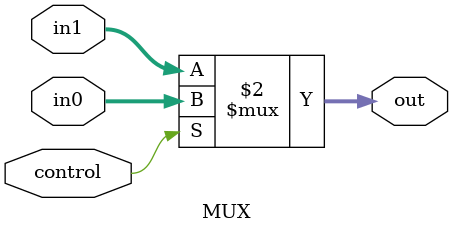
<source format=v>
module MUX #(
        parameter REG_NUM_BITWIDTH = 5,
        parameter WORD_BITWIDTH = 32
    )(
        input control,
        input [WORD_BITWIDTH-1:0] in0,
        input [WORD_BITWIDTH-1:0] in1,
        output reg [WORD_BITWIDTH-1:0] out
    );
    always @(control)
    begin
        out = control?in0:in1;
    end
endmodule

</source>
